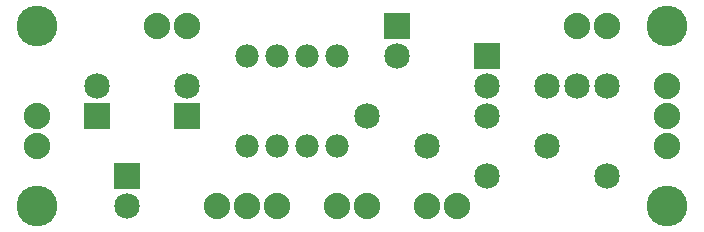
<source format=gbs>
G04 MADE WITH FRITZING*
G04 WWW.FRITZING.ORG*
G04 DOUBLE SIDED*
G04 HOLES PLATED*
G04 CONTOUR ON CENTER OF CONTOUR VECTOR*
%ASAXBY*%
%FSLAX23Y23*%
%MOIN*%
%OFA0B0*%
%SFA1.0B1.0*%
%ADD10C,0.085000*%
%ADD11C,0.135984*%
%ADD12C,0.088000*%
%ADD13C,0.078000*%
%ADD14R,0.085000X0.085000*%
%LNMASK0*%
G90*
G70*
G54D10*
X1338Y716D03*
X1338Y616D03*
X438Y216D03*
X438Y116D03*
X338Y416D03*
X338Y516D03*
X1638Y616D03*
X1638Y516D03*
X638Y416D03*
X638Y516D03*
X2038Y216D03*
X1638Y216D03*
X1838Y516D03*
X1938Y516D03*
X2038Y516D03*
G54D11*
X2238Y116D03*
X138Y116D03*
X2238Y716D03*
X138Y716D03*
G54D12*
X2238Y516D03*
X2238Y416D03*
X2238Y316D03*
X2038Y716D03*
X1938Y716D03*
X1538Y116D03*
X1438Y116D03*
X938Y116D03*
X838Y116D03*
X738Y116D03*
X138Y416D03*
X138Y316D03*
X1238Y116D03*
X1138Y116D03*
X538Y716D03*
X638Y716D03*
G54D10*
X1238Y416D03*
X1638Y416D03*
X1438Y316D03*
X1838Y316D03*
G54D13*
X837Y316D03*
X937Y316D03*
X1037Y316D03*
X1137Y316D03*
X1137Y616D03*
X1037Y616D03*
X937Y616D03*
X837Y616D03*
G54D14*
X1338Y716D03*
X438Y216D03*
X338Y416D03*
X1638Y616D03*
X638Y416D03*
G04 End of Mask0*
M02*
</source>
